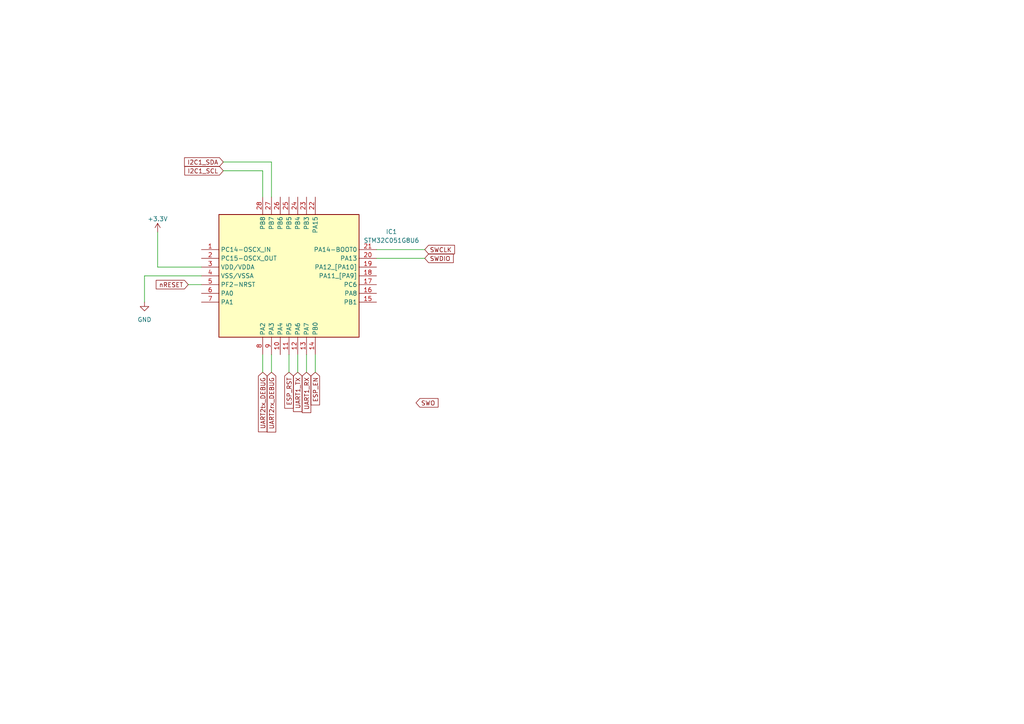
<source format=kicad_sch>
(kicad_sch (version 20230121) (generator eeschema)
  (paper "A4")
  (lib_symbols
    (symbol "GS_Connector:STM32C051G8U6"
      (property "Reference" "IC" (at 46.99 15.24 0))
      (property "Value" "STM32C051G8U6" (at 46.99 12.7 0))
      (symbol "STM32C051G8U6_1_1"
        (rectangle (start 5.08 10.16) (end 45.72 -25.4) (stroke (width 0.254)) (fill (type background)))
        (pin passive line (at 0 0 0) (length 5.08) (name "PC14-OSCX_IN") (number "1"))
        (pin passive line (at 22.86 -30.48 90) (length 5.08) (name "PA4") (number "10"))
        (pin passive line (at 25.4 -30.48 90) (length 5.08) (name "PA5") (number "11"))
        (pin passive line (at 27.94 -30.48 90) (length 5.08) (name "PA6") (number "12"))
        (pin passive line (at 30.48 -30.48 90) (length 5.08) (name "PA7") (number "13"))
        (pin passive line (at 33.02 -30.48 90) (length 5.08) (name "PB0") (number "14"))
        (pin passive line (at 50.8 -15.24 180) (length 5.08) (name "PB1") (number "15"))
        (pin passive line (at 50.8 -12.7 180) (length 5.08) (name "PA8") (number "16"))
        (pin passive line (at 50.8 -10.16 180) (length 5.08) (name "PC6") (number "17"))
        (pin passive line (at 50.8 -7.62 180) (length 5.08) (name "PA11_[PA9]") (number "18"))
        (pin passive line (at 50.8 -5.08 180) (length 5.08) (name "PA12_[PA10]") (number "19"))
        (pin passive line (at 0 -2.54 0) (length 5.08) (name "PC15-OSCX_OUT") (number "2"))
        (pin passive line (at 50.8 -2.54 180) (length 5.08) (name "PA13") (number "20"))
        (pin passive line (at 50.8 0 180) (length 5.08) (name "PA14-BOOT0") (number "21"))
        (pin passive line (at 33.02 15.24 270) (length 5.08) (name "PA15") (number "22"))
        (pin passive line (at 30.48 15.24 270) (length 5.08) (name "PB3") (number "23"))
        (pin passive line (at 27.94 15.24 270) (length 5.08) (name "PB4") (number "24"))
        (pin passive line (at 25.4 15.24 270) (length 5.08) (name "PB5") (number "25"))
        (pin passive line (at 22.86 15.24 270) (length 5.08) (name "PB6") (number "26"))
        (pin passive line (at 20.32 15.24 270) (length 5.08) (name "PB7") (number "27"))
        (pin passive line (at 17.78 15.24 270) (length 5.08) (name "PB8") (number "28"))
        (pin passive line (at 0 -5.08 0) (length 5.08) (name "VDD/VDDA") (number "3"))
        (pin passive line (at 0 -7.62 0) (length 5.08) (name "VSS/VSSA") (number "4"))
        (pin passive line (at 0 -10.16 0) (length 5.08) (name "PF2-NRST") (number "5"))
        (pin passive line (at 0 -12.7 0) (length 5.08) (name "PA0") (number "6"))
        (pin passive line (at 0 -15.24 0) (length 5.08) (name "PA1") (number "7"))
        (pin passive line (at 17.78 -30.48 90) (length 5.08) (name "PA2") (number "8"))
        (pin passive line (at 20.32 -30.48 90) (length 5.08) (name "PA3") (number "9"))
      )
    )
    (symbol "power:+3.3V" (power) (pin_names (offset 0))
      (property "Value" "+3.3V" (at 0 3.556 0))
      (symbol "+3.3V_0_1"
        (polyline (pts (xy -0.762 1.27) (xy 0 2.54)))
        (polyline (pts (xy 0 0) (xy 0 2.54)))
        (polyline (pts (xy 0 2.54) (xy 0.762 1.27)))
      )
      (symbol "+3.3V_1_1"
        (pin power_in line (at 0 0 90) (length 0) hide (name "+3.3V") (number "1"))
      )
    )
    (symbol "power:GND" (power) (pin_names (offset 0))
      (property "Value" "GND" (at 0 -3.81 0))
      (symbol "GND_0_1"
        (polyline (pts (xy 0 0) (xy 0 -1.27) (xy 1.27 -1.27) (xy 0 -2.54) (xy -1.27 -1.27) (xy 0 -1.27)))
      )
      (symbol "GND_1_1"
        (pin power_in line (at 0 0 270) (length 0) hide (name "GND") (number "1"))
      )
    )
  )
  (wire (pts (xy 78.74 107.95) (xy 78.74 102.87)))
  (wire (pts (xy 123.19 72.39) (xy 109.22 72.39)))
  (wire (pts (xy 45.72 67.31) (xy 45.72 77.47)))
  (wire (pts (xy 54.61 82.55) (xy 58.42 82.55)))
  (wire (pts (xy 78.74 46.99) (xy 64.77 46.99)))
  (wire (pts (xy 83.82 102.87) (xy 83.82 107.95)))
  (wire (pts (xy 58.42 80.01) (xy 41.91 80.01)))
  (wire (pts (xy 91.44 102.87) (xy 91.44 107.95)))
  (wire (pts (xy 41.91 80.01) (xy 41.91 87.63)))
  (wire (pts (xy 76.2 49.53) (xy 76.2 57.15)))
  (wire (pts (xy 78.74 57.15) (xy 78.74 46.99)))
  (wire (pts (xy 123.19 74.93) (xy 109.22 74.93)))
  (wire (pts (xy 86.36 107.95) (xy 86.36 102.87)))
  (wire (pts (xy 45.72 77.47) (xy 58.42 77.47)))
  (wire (pts (xy 76.2 107.95) (xy 76.2 102.87)))
  (wire (pts (xy 64.77 49.53) (xy 76.2 49.53)))
  (wire (pts (xy 88.9 107.95) (xy 88.9 102.87)))
  (global_label "SWDIO" (shape input) (at 123.19 74.93 0) (property "Intersheetrefs" "${INTERSHEET_REFS}" (effects hide)))
  (global_label "UART2tx_DEBUG" (shape input) (at 76.2 107.95 270) (property "Intersheetrefs" "${INTERSHEET_REFS}" (effects hide)))
  (global_label "UART1_RX" (shape input) (at 88.9 107.95 270) (property "Intersheetrefs" "${INTERSHEET_REFS}" (effects hide)))
  (global_label "UART1_TX" (shape input) (at 86.36 107.95 270) (property "Intersheetrefs" "${INTERSHEET_REFS}" (effects hide)))
  (global_label "ESP_RST" (shape input) (at 83.82 107.95 270) (property "Intersheetrefs" "${INTERSHEET_REFS}" (effects hide)))
  (global_label "UART2rx_DEBUG" (shape input) (at 78.74 107.95 270) (property "Intersheetrefs" "${INTERSHEET_REFS}" (effects hide)))
  (global_label "nRESET" (shape input) (at 54.61 82.55 180) (property "Intersheetrefs" "${INTERSHEET_REFS}" (effects hide)))
  (global_label "SWO" (shape input) (at 120.65 116.84 0) (property "Intersheetrefs" "${INTERSHEET_REFS}" (effects hide)))
  (global_label "SWCLK" (shape input) (at 123.19 72.39 0) (property "Intersheetrefs" "${INTERSHEET_REFS}" (effects hide)))
  (global_label "I2C1_SCL" (shape input) (at 64.77 49.53 180) (property "Intersheetrefs" "${INTERSHEET_REFS}" (effects hide)))
  (global_label "I2C1_SDA" (shape input) (at 64.77 46.99 180) (property "Intersheetrefs" "${INTERSHEET_REFS}" (effects hide)))
  (global_label "ESP_EN" (shape input) (at 91.44 107.95 270) (property "Intersheetrefs" "${INTERSHEET_REFS}" (effects hide)))
  (symbol (lib_id "GS_Connector:STM32C051G8U6") (at 58.42 72.39 0) (unit 1)
    (property "Reference" "IC1" (at 113.538 67.2083 0))
    (property "Value" "STM32C051G8U6" (at 113.538 69.7483 0))
    (property "Footprint" "QFN50P400X400X60-28N-D" (effects hide))
    (property "Datasheet" "https://www.st.com/resource/en/datasheet/stm32c051c6.pdf" (effects hide))
    (property "Height" "0.6" (effects hide))
    (property "Manufacturer_Name" "STMicroelectronics" (effects hide))
    (property "Manufacturer_Part_Number" "STM32C051G8U6" (effects hide))
  )
  (symbol (lib_id "power:GND") (at 41.91 87.63 0) (unit 1)
    (property "Reference" "#PWR05" (effects hide))
    (property "Value" "GND" (at 41.91 92.71 0))
    (instances (project "SHM_V1.0" (path "" (reference "#PWR05") (unit 1)) (path "" (reference "#PWR015") (unit 1)) (path "" (reference "#PWR030") (unit 1))))
  )
  (symbol (lib_id "power:+3.3V") (at 45.72 67.31 0) (unit 1)
    (property "Reference" "#PWR07" (effects hide))
    (property "Value" "+3.3V" (at 45.72 63.5 0))
    (instances (project "SHM_V1.0" (path "" (reference "#PWR07") (unit 1)) (path "" (reference "#PWR014") (unit 1)) (path "" (reference "#PWR029") (unit 1))))
  )
)
</source>
